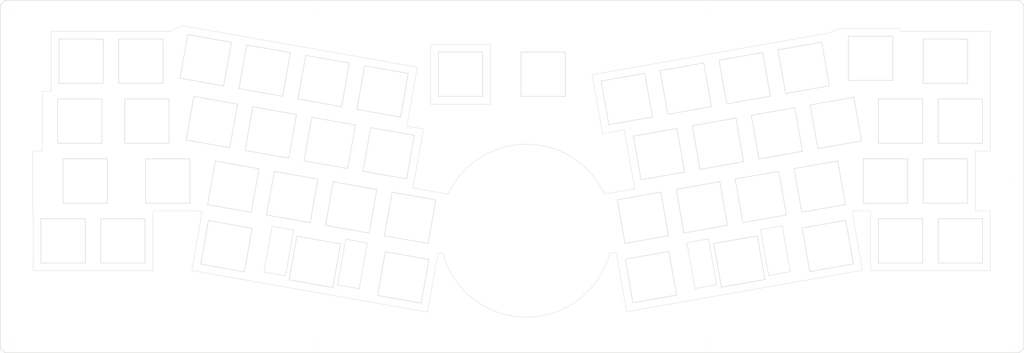
<source format=kicad_pcb>
(kicad_pcb (version 20211014) (generator pcbnew)
  (layers (0 "F.Cu" signal) (31 "B.Cu" signal) (34 "B.Paste" user) (35 "F.Paste" user) (36 "B.SilkS" user "B.Silkscreen") (37 "F.SilkS" user "F.Silkscreen") (38 "B.Mask" user) (39 "F.Mask" user) (44 "Edge.Cuts" user))
  (net 0 "")
  (footprint "kbd_SW_Hole:SW_Hole_1" (layer "F.Cu") (at 55.245 49.021817)
    (fp_text reference "SW6" hide)
    (fp_text value "SW_PUSH" hide)
    (fp_line (start 7.05 -7.05) (end 7.05 7.05) (layer "Edge.Cuts") (width 0.15))
    (fp_line (start -7.05 7.05) (end -7.05 -7.05) (layer "Edge.Cuts") (width 0.15))
    (fp_line (start -7.05 -7.05) (end 7.05 -7.05) (layer "Edge.Cuts") (width 0.15))
    (fp_line (start 7.05 7.05) (end -7.05 7.05) (layer "Edge.Cuts") (width 0.15))
  )
  (footprint "kbd_SW_Hole:SW_Hole_1" (layer "F.Cu") (at 53.34 29.971817)
    (fp_text reference "SW5" hide)
    (fp_text value "SW_PUSH" hide)
    (fp_line (start 7.05 -7.05) (end 7.05 7.05) (layer "Edge.Cuts") (width 0.15))
    (fp_line (start -7.05 7.05) (end -7.05 -7.05) (layer "Edge.Cuts") (width 0.15))
    (fp_line (start 7.05 7.05) (end -7.05 7.05) (layer "Edge.Cuts") (width 0.15))
    (fp_line (start -7.05 -7.05) (end 7.05 -7.05) (layer "Edge.Cuts") (width 0.15))
  )
  (footprint "kbd_SW_Hole:SW_Hole_1.75" (layer "F.Cu") (at 35.6235 68.071817)
    (fp_text reference "SW3" hide)
    (fp_text value "SW_PUSH" hide)
    (fp_line (start -7.05 7.05) (end -7.05 -7.05) (layer "Edge.Cuts") (width 0.15))
    (fp_line (start 7.05 7.05) (end -7.05 7.05) (layer "Edge.Cuts") (width 0.15))
    (fp_line (start -7.05 -7.05) (end 7.05 -7.05) (layer "Edge.Cuts") (width 0.15))
    (fp_line (start 7.05 -7.05) (end 7.05 7.05) (layer "Edge.Cuts") (width 0.15))
  )
  (footprint "kbd_SW_Hole:SW_Hole_1" (layer "F.Cu") (at 34.29 29.971817)
    (fp_text reference "SW1" hide)
    (fp_text value "SW_PUSH" hide)
    (fp_line (start -7.05 -7.05) (end 7.05 -7.05) (layer "Edge.Cuts") (width 0.15))
    (fp_line (start 7.05 7.05) (end -7.05 7.05) (layer "Edge.Cuts") (width 0.15))
    (fp_line (start -7.05 7.05) (end -7.05 -7.05) (layer "Edge.Cuts") (width 0.15))
    (fp_line (start 7.05 -7.05) (end 7.05 7.05) (layer "Edge.Cuts") (width 0.15))
  )
  (footprint "kbd_SW_Hole:SW_Hole_1.25" (layer "F.Cu") (at 33.909 49.021817)
    (fp_text reference "SW2" hide)
    (fp_text value "KEY_SWITCH" hide)
    (fp_line (start 7.05 -7.05) (end 7.05 7.05) (layer "Edge.Cuts") (width 0.15))
    (fp_line (start -7.05 7.05) (end -7.05 -7.05) (layer "Edge.Cuts") (width 0.15))
    (fp_line (start 7.05 7.05) (end -7.05 7.05) (layer "Edge.Cuts") (width 0.15))
    (fp_line (start -7.05 -7.05) (end 7.05 -7.05) (layer "Edge.Cuts") (width 0.15))
  )
  (footprint "kbd_SW_Hole:SW_Hole_2" (layer "F.Cu") (at 108.699152 93.801291 170)
    (fp_text reference "SW16" hide)
    (fp_text value "KEY_SWITCH" hide)
    (fp_line (start 8.4 -6) (end 8.4 8.8) (layer "Edge.Cuts") (width 0.12))
    (fp_line (start -8.4 -6) (end -8.4 8.8) (layer "Edge.Cuts") (width 0.12))
    (fp_line (start -15.4 -6) (end -8.4 -6) (layer "Edge.Cuts") (width 0.12))
    (fp_line (start 8.4 8.8) (end 15.4 8.8) (layer "Edge.Cuts") (width 0.12))
    (fp_line (start -7.05 -7.05) (end 7.05 -7.05) (layer "Edge.Cuts") (width 0.15))
    (fp_line (start 7.05 -7.05) (end 7.05 7.05) (layer "Edge.Cuts") (width 0.15))
    (fp_line (start -8.4 8.8) (end -15.4 8.8) (layer "Edge.Cuts") (width 0.12))
    (fp_line (start 15.4 -6) (end 8.4 -6) (layer "Edge.Cuts") (width 0.12))
    (fp_line (start 7.05 7.05) (end -7.05 7.05) (layer "Edge.Cuts") (width 0.15))
    (fp_line (start -15.4 8.8) (end -15.4 -6) (layer "Edge.Cuts") (width 0.12))
    (fp_line (start -7.05 7.05) (end -7.05 -7.05) (layer "Edge.Cuts") (width 0.15))
    (fp_line (start 15.4 8.8) (end 15.4 -6) (layer "Edge.Cuts") (width 0.12))
  )
  (footprint "kbd_SW_Hole:SW_Hole_1" (layer "F.Cu") (at 47.625 87.121817)
    (fp_text reference "SW8" hide)
    (fp_text value "SW_PUSH" hide)
    (fp_line (start -7.05 7.05) (end -7.05 -7.05) (layer "Edge.Cuts") (width 0.15))
    (fp_line (start 7.05 -7.05) (end 7.05 7.05) (layer "Edge.Cuts") (width 0.15))
    (fp_line (start -7.05 -7.05) (end 7.05 -7.05) (layer "Edge.Cuts") (width 0.15))
    (fp_line (start 7.05 7.05) (end -7.05 7.05) (layer "Edge.Cuts") (width 0.15))
  )
  (footprint "kbd_SW_Hole:SW_Hole_1" (layer "F.Cu") (at 61.9125 68.071817)
    (fp_text reference "SW7" hide)
    (fp_text value "SW_PUSH" hide)
    (fp_line (start -7.05 7.05) (end -7.05 -7.05) (layer "Edge.Cuts") (width 0.15))
    (fp_line (start 7.05 -7.05) (end 7.05 7.05) (layer "Edge.Cuts") (width 0.15))
    (fp_line (start 7.05 7.05) (end -7.05 7.05) (layer "Edge.Cuts") (width 0.15))
    (fp_line (start -7.05 -7.05) (end 7.05 -7.05) (layer "Edge.Cuts") (width 0.15))
  )
  (footprint "kbd_SW_Hole:SW_Hole_1" (layer "F.Cu") (at 73.972946 29.646492 -10)
    (fp_text reference "SW9" hide)
    (fp_text value "SW_PUSH" hide)
    (fp_line (start 7.05 7.05) (end -7.05 7.05) (layer "Edge.Cuts") (width 0.15))
    (fp_line (start 7.05 -7.05) (end 7.05 7.05) (layer "Edge.Cuts") (width 0.15))
    (fp_line (start -7.05 -7.05) (end 7.05 -7.05) (layer "Edge.Cuts") (width 0.15))
    (fp_line (start -7.05 7.05) (end -7.05 -7.05) (layer "Edge.Cuts") (width 0.15))
  )
  (footprint "kbd_SW_Hole:SW_Hole_1" (layer "F.Cu") (at 28.575 87.121817)
    (fp_text reference "SW4" hide)
    (fp_text value "SW_PUSH" hide)
    (fp_line (start -7.05 7.05) (end -7.05 -7.05) (layer "Edge.Cuts") (width 0.15))
    (fp_line (start 7.05 7.05) (end -7.05 7.05) (layer "Edge.Cuts") (width 0.15))
    (fp_line (start -7.05 -7.05) (end 7.05 -7.05) (layer "Edge.Cuts") (width 0.15))
    (fp_line (start 7.05 -7.05) (end 7.05 7.05) (layer "Edge.Cuts") (width 0.15))
  )
  (footprint "kbd_SW_Hole:SW_Hole_1" (layer "F.Cu") (at 92.733533 32.95449 -10)
    (fp_text reference "SW13" hide)
    (fp_text value "SW_PUSH" hide)
    (fp_line (start 7.05 -7.05) (end 7.05 7.05) (layer "Edge.Cuts") (width 0.15))
    (fp_line (start 7.05 7.05) (end -7.05 7.05) (layer "Edge.Cuts") (width 0.15))
    (fp_line (start -7.05 7.05) (end -7.05 -7.05) (layer "Edge.Cuts") (width 0.15))
    (fp_line (start -7.05 -7.05) (end 7.05 -7.05) (layer "Edge.Cuts") (width 0.15))
  )
  (footprint "kbd_SW_Hole:SW_Hole_1" (layer "F.Cu") (at 136.840032 98.763287 -10)
    (fp_text reference "SW23" hide)
    (fp_text value "SW_PUSH" hide)
    (fp_line (start -7.05 -7.05) (end 7.05 -7.05) (layer "Edge.Cuts") (width 0.15))
    (fp_line (start -7.05 7.05) (end -7.05 -7.05) (layer "Edge.Cuts") (width 0.15))
    (fp_line (start 7.05 -7.05) (end 7.05 7.05) (layer "Edge.Cuts") (width 0.15))
    (fp_line (start 7.05 7.05) (end -7.05 7.05) (layer "Edge.Cuts") (width 0.15))
  )
  (footprint "kbd_SW_Hole:SW_Hole_1" (layer "F.Cu") (at 111.494121 36.262488 -10)
    (fp_text reference "SW17" hide)
    (fp_text value "SW_PUSH" hide)
    (fp_line (start -7.05 -7.05) (end 7.05 -7.05) (layer "Edge.Cuts") (width 0.15))
    (fp_line (start -7.05 7.05) (end -7.05 -7.05) (layer "Edge.Cuts") (width 0.15))
    (fp_line (start 7.05 -7.05) (end 7.05 7.05) (layer "Edge.Cuts") (width 0.15))
    (fp_line (start 7.05 7.05) (end -7.05 7.05) (layer "Edge.Cuts") (width 0.15))
  )
  (footprint "kbd_SW_Hole:SW_Hole_1" (layer "F.Cu") (at 130.254709 39.570487 -10)
    (fp_text reference "SW20" hide)
    (fp_text value "SW_PUSH" hide)
    (fp_line (start 7.05 7.05) (end -7.05 7.05) (layer "Edge.Cuts") (width 0.15))
    (fp_line (start -7.05 7.05) (end -7.05 -7.05) (layer "Edge.Cuts") (width 0.15))
    (fp_line (start 7.05 -7.05) (end 7.05 7.05) (layer "Edge.Cuts") (width 0.15))
    (fp_line (start -7.05 -7.05) (end 7.05 -7.05) (layer "Edge.Cuts") (width 0.15))
  )
  (footprint "kbd_SW_Hole:SW_Hole_1" (layer "F.Cu") (at 181.356 34.0995)
    (fp_text reference "SW25" hide)
    (fp_text value "SW_PUSH" hide)
    (fp_line (start -7.05 -7.05) (end 7.05 -7.05) (layer "Edge.Cuts") (width 0.15))
    (fp_line (start 7.05 -7.05) (end 7.05 7.05) (layer "Edge.Cuts") (width 0.15))
    (fp_line (start -7.05 7.05) (end -7.05 -7.05) (layer "Edge.Cuts") (width 0.15))
    (fp_line (start 7.05 7.05) (end -7.05 7.05) (layer "Edge.Cuts") (width 0.15))
  )
  (footprint "kbd_SW_Hole:SW_Hole_1" (layer "F.Cu") (at 314.1345 87.121817)
    (fp_text reference "SW48" hide)
    (fp_text value "SW_PUSH" hide)
    (fp_line (start -7.05 -7.05) (end 7.05 -7.05) (layer "Edge.Cuts") (width 0.15))
    (fp_line (start 7.05 -7.05) (end 7.05 7.05) (layer "Edge.Cuts") (width 0.15))
    (fp_line (start -7.05 7.05) (end -7.05 -7.05) (layer "Edge.Cuts") (width 0.15))
    (fp_line (start 7.05 7.05) (end -7.05 7.05) (layer "Edge.Cuts") (width 0.15))
  )
  (footprint "kbd_SW_Hole:SW_Hole_1" (layer "F.Cu") (at 314.1345 49.021817)
    (fp_text reference "SW46" hide)
    (fp_text value "SW_PUSH" hide)
    (fp_line (start -7.05 -7.05) (end 7.05 -7.05) (layer "Edge.Cuts") (width 0.15))
    (fp_line (start 7.05 7.05) (end -7.05 7.05) (layer "Edge.Cuts") (width 0.15))
    (fp_line (start -7.05 7.05) (end -7.05 -7.05) (layer "Edge.Cuts") (width 0.15))
    (fp_line (start 7.05 -7.05) (end 7.05 7.05) (layer "Edge.Cuts") (width 0.15))
  )
  (footprint "kbd_SW_Hole:SW_Hole_1" (layer "F.Cu") (at 309.372 68.071817)
    (fp_text reference "SW47" hide)
    (fp_text value "SW_PUSH" hide)
    (fp_line (start -7.05 -7.05) (end 7.05 -7.05) (layer "Edge.Cuts") (width 0.15))
    (fp_line (start 7.05 -7.05) (end 7.05 7.05) (layer "Edge.Cuts") (width 0.15))
    (fp_line (start -7.05 7.05) (end -7.05 -7.05) (layer "Edge.Cuts") (width 0.15))
    (fp_line (start 7.05 7.05) (end -7.05 7.05) (layer "Edge.Cuts") (width 0.15))
  )
  (footprint "kbd_SW_Hole:SW_Hole_1.5" (layer "F.Cu") (at 309.372 29.971817)
    (fp_text reference "SW45" hide)
    (fp_text value "SW_PUSH" hide)
    (fp_line (start 7.05 7.05) (end -7.05 7.05) (layer "Edge.Cuts") (width 0.15))
    (fp_line (start 7.05 -7.05) (end 7.05 7.05) (layer "Edge.Cuts") (width 0.15))
    (fp_line (start -7.05 7.05) (end -7.05 -7.05) (layer "Edge.Cuts") (width 0.15))
    (fp_line (start -7.05 -7.05) (end 7.05 -7.05) (layer "Edge.Cuts") (width 0.15))
  )
  (footprint "kbd_Hole:m2_Screw_Hole_EdgeCuts" (layer "F.Cu") (at 11.075 13.05)
    (fp_text reference "J1" hide)
    (fp_text value "Conn_01x01" hide)
    (fp_circle (center 0 0) (end 1.1 0) (layer "Edge.Cuts") (width 0.01) (fill none))
  )
  (footprint "kbd_Hole:m2_Screw_Hole_EdgeCuts" (layer "F.Cu") (at 11.075 66.65)
    (fp_text reference "J2" hide)
    (fp_text value "Conn_01x01" hide)
    (fp_circle (center 0 0) (end 1.1 0) (layer "Edge.Cuts") (width 0.01) (fill none))
  )
  (footprint "kbd_Hole:m2_Screw_Hole_EdgeCuts" (layer "F.Cu") (at 11.075 120.25)
    (fp_text reference "J3" hide)
    (fp_text value "Conn_01x01" hide)
    (fp_circle (center 0 0) (end 1.1 0) (layer "Edge.Cuts") (width 0.01) (fill none))
  )
  (footprint "kbd_Hole:m2_Screw_Hole_EdgeCuts" (layer "F.Cu") (at 108.575 13.05)
    (fp_text reference "J7" hide)
    (fp_text value "Conn_01x01" hide)
    (fp_circle (center 0 0) (end 1.1 0) (layer "Edge.Cuts") (width 0.01) (fill none))
  )
  (footprint "kbd_Hole:m2_Screw_Hole_EdgeCuts" (layer "F.Cu") (at 234.325 13.05)
    (fp_text reference "J9" hide)
    (fp_text value "Conn_01x01" hide)
    (fp_circle (center 0 0) (end 1.1 0) (layer "Edge.Cuts") (width 0.01) (fill none))
  )
  (footprint "kbd_Hole:m2_Screw_Hole_EdgeCuts" (layer "F.Cu") (at 108.575 120.25)
    (fp_text reference "J8" hide)
    (fp_text value "Conn_01x01" hide)
    (fp_circle (center 0 0) (end 1.1 0) (layer "Edge.Cuts") (width 0.01) (fill none))
  )
  (footprint "kbd_Hole:m2_Screw_Hole_EdgeCuts" (layer "F.Cu") (at 234.325 120.25)
    (fp_text reference "J10" hide)
    (fp_text value "Conn_01x01" hide)
    (fp_circle (center 0 0) (end 1.1 0) (layer "Edge.Cuts") (width 0.01) (fill none))
  )
  (footprint "kbd_Hole:m2_Screw_Hole_EdgeCuts" (layer "F.Cu") (at 331.825 13.05)
    (fp_text reference "J12" hide)
    (fp_text value "Conn_01x01" hide)
    (fp_circle (center 0 0) (end 1.1 0) (layer "Edge.Cuts") (width 0.01) (fill none))
  )
  (footprint "kbd_Hole:m2_Screw_Hole_EdgeCuts" (layer "F.Cu") (at 331.825 66.65)
    (fp_text reference "J14" hide)
    (fp_text value "Conn_01x01" hide)
    (fp_circle (center 0 0) (end 1.1 0) (layer "Edge.Cuts") (width 0.01) (fill none))
  )
  (footprint "kbd_Hole:m2_Screw_Hole_EdgeCuts" (layer "F.Cu") (at 331.825 120.25)
    (fp_text reference "J16" hide)
    (fp_text value "Conn_01x01" hide)
    (fp_circle (center 0 0) (end 1.1 0) (layer "Edge.Cuts") (width 0.01) (fill none))
  )
  (footprint "kbd_SW_Hole:SW_Hole_1" (layer "F.Cu") (at 295.0845 49.021817)
    (fp_text reference "SW42" hide)
    (fp_text value "SW_PUSH" hide)
    (fp_line (start 7.05 -7.05) (end 7.05 7.05) (layer "Edge.Cuts") (width 0.15))
    (fp_line (start 7.05 7.05) (end -7.05 7.05) (layer "Edge.Cuts") (width 0.15))
    (fp_line (start -7.05 -7.05) (end 7.05 -7.05) (layer "Edge.Cuts") (width 0.15))
    (fp_line (start -7.05 7.05) (end -7.05 -7.05) (layer "Edge.Cuts") (width 0.15))
  )
  (footprint "kbd_SW_Hole:SW_Hole_1" (layer "F.Cu") (at 215.652044 98.659405 10)
    (fp_text reference "SW29" hide)
    (fp_text value "SW_PUSH" hide)
    (fp_line (start 7.05 7.05) (end -7.05 7.05) (layer "Edge.Cuts") (width 0.15))
    (fp_line (start -7.05 -7.05) (end 7.05 -7.05) (layer "Edge.Cuts") (width 0.15))
    (fp_line (start -7.05 7.05) (end -7.05 -7.05) (layer "Edge.Cuts") (width 0.15))
    (fp_line (start 7.05 -7.05) (end 7.05 7.05) (layer "Edge.Cuts") (width 0.15))
  )
  (footprint "kbd_SW_Hole:SW_Hole_1" (layer "F.Cu") (at 269.376233 69.842504 10)
    (fp_text reference "SW39" hide)
    (fp_text value "SW_PUSH" hide)
    (fp_line (start -7.05 7.05) (end -7.05 -7.05) (layer "Edge.Cuts") (width 0.15))
    (fp_line (start 7.05 -7.05) (end 7.05 7.05) (layer "Edge.Cuts") (width 0.15))
    (fp_line (start 7.05 7.05) (end -7.05 7.05) (layer "Edge.Cuts") (width 0.15))
    (fp_line (start -7.05 -7.05) (end 7.05 -7.05) (layer "Edge.Cuts") (width 0.15))
  )
  (footprint "kbd_SW_Hole:SW_Hole_1" (layer "F.Cu") (at 264.261084 32.056689 10)
    (fp_text reference "SW37" hide)
    (fp_text value "SW_PUSH" hide)
    (fp_line (start 7.05 -7.05) (end 7.05 7.05) (layer "Edge.Cuts") (width 0.15))
    (fp_line (start 7.05 7.05) (end -7.05 7.05) (layer "Edge.Cuts") (width 0.15))
    (fp_line (start -7.05 -7.05) (end 7.05 -7.05) (layer "Edge.Cuts") (width 0.15))
    (fp_line (start -7.05 7.05) (end -7.05 -7.05) (layer "Edge.Cuts") (width 0.15))
  )
  (footprint "kbd_SW_Hole:SW_Hole_1" (layer "F.Cu") (at 75.917912 49.33332 -10)
    (fp_text reference "SW10" hide)
    (fp_text value "SW_PUSH" hide)
    (fp_line (start 7.05 7.05) (end -7.05 7.05) (layer "Edge.Cuts") (width 0.15))
    (fp_line (start -7.05 7.05) (end -7.05 -7.05) (layer "Edge.Cuts") (width 0.15))
    (fp_line (start -7.05 -7.05) (end 7.05 -7.05) (layer "Edge.Cuts") (width 0.15))
    (fp_line (start 7.05 -7.05) (end 7.05 7.05) (layer "Edge.Cuts") (width 0.15))
  )
  (footprint "kbd_SW_Hole:SW_Hole_1" (layer "F.Cu") (at 285.5595 29.019317)
    (fp_text reference "SW41" hide)
    (fp_text value "SW_PUSH" hide)
    (fp_line (start 7.05 7.05) (end -7.05 7.05) (layer "Edge.Cuts") (width 0.15))
    (fp_line (start -7.05 7.05) (end -7.05 -7.05) (layer "Edge.Cuts") (width 0.15))
    (fp_line (start -7.05 -7.05) (end 7.05 -7.05) (layer "Edge.Cuts") (width 0.15))
    (fp_line (start 7.05 -7.05) (end 7.05 7.05) (layer "Edge.Cuts") (width 0.15))
  )
  (footprint "kbd_SW_Hole:SW_Hole_1" (layer "F.Cu") (at 120.261807 76.496223 -10)
    (fp_text reference "SW19" hide)
    (fp_text value "SW_PUSH" hide)
    (fp_line (start 7.05 7.05) (end -7.05 7.05) (layer "Edge.Cuts") (width 0.15))
    (fp_line (start -7.05 7.05) (end -7.05 -7.05) (layer "Edge.Cuts") (width 0.15))
    (fp_line (start -7.05 -7.05) (end 7.05 -7.05) (layer "Edge.Cuts") (width 0.15))
    (fp_line (start 7.05 -7.05) (end 7.05 7.05) (layer "Edge.Cuts") (width 0.15))
  )
  (footprint "kbd_SW_Hole:SW_Hole_1" (layer "F.Cu") (at 250.615645 73.150502 10)
    (fp_text reference "SW36" hide)
    (fp_text value "SW_PUSH" hide)
    (fp_line (start 7.05 7.05) (end -7.05 7.05) (layer "Edge.Cuts") (width 0.15))
    (fp_line (start -7.05 7.05) (end -7.05 -7.05) (layer "Edge.Cuts") (width 0.15))
    (fp_line (start -7.05 -7.05) (end 7.05 -7.05) (layer "Edge.Cuts") (width 0.15))
    (fp_line (start 7.05 -7.05) (end 7.05 7.05) (layer "Edge.Cuts") (width 0.15))
  )
  (footprint "kbd_SW_Hole:SW_Hole_1" (layer "F.Cu") (at 80.55827 88.839294 -10)
    (fp_text reference "SW12" hide)
    (fp_text value "SW_PUSH" hide)
    (fp_line (start 7.05 -7.05) (end 7.05 7.05) (layer "Edge.Cuts") (width 0.15))
    (fp_line (start -7.05 -7.05) (end 7.05 -7.05) (layer "Edge.Cuts") (width 0.15))
    (fp_line (start -7.05 7.05) (end -7.05 -7.05) (layer "Edge.Cuts") (width 0.15))
    (fp_line (start 7.05 7.05) (end -7.05 7.05) (layer "Edge.Cuts") (width 0.15))
  )
  (footprint "kbd_SW_Hole:SW_Hole_1" (layer "F.Cu") (at 226.739909 38.672684 10)
    (fp_text reference "SW30" hide)
    (fp_text value "SW_PUSH" hide)
    (fp_line (start 7.05 7.05) (end -7.05 7.05) (layer "Edge.Cuts") (width 0.15))
    (fp_line (start -7.05 -7.05) (end 7.05 -7.05) (layer "Edge.Cuts") (width 0.15))
    (fp_line (start 7.05 -7.05) (end 7.05 7.05) (layer "Edge.Cuts") (width 0.15))
    (fp_line (start -7.05 7.05) (end -7.05 -7.05) (layer "Edge.Cuts") (width 0.15))
  )
  (footprint "kbd_SW_Hole:SW_Hole_1" (layer "F.Cu") (at 236.989324 56.209313 10)
    (fp_text reference "SW31" hide)
    (fp_text value "SW_PUSH" hide)
    (fp_line (start -7.05 -7.05) (end 7.05 -7.05) (layer "Edge.Cuts") (width 0.15))
    (fp_line (start 7.05 7.05) (end -7.05 7.05) (layer "Edge.Cuts") (width 0.15))
    (fp_line (start -7.05 7.05) (end -7.05 -7.05) (layer "Edge.Cuts") (width 0.15))
    (fp_line (start 7.05 -7.05) (end 7.05 7.05) (layer "Edge.Cuts") (width 0.15))
  )
  (footprint "kbd_SW_Hole:SW_Hole_1" (layer "F.Cu") (at 274.5105 49.593317 10)
    (fp_text reference "SW38" hide)
    (fp_text value "SW_PUSH" hide)
    (fp_line (start -7.05 7.05) (end -7.05 -7.05) (layer "Edge.Cuts") (width 0.15))
    (fp_line (start 7.05 7.05) (end -7.05 7.05) (layer "Edge.Cuts") (width 0.15))
    (fp_line (start -7.05 -7.05) (end 7.05 -7.05) (layer "Edge.Cuts") (width 0.15))
    (fp_line (start 7.05 -7.05) (end 7.05 7.05) (layer "Edge.Cuts") (width 0.15))
  )
  (footprint "kbd_SW_Hole:SW_Hole_1" (layer "F.Cu") (at 255.749912 52.901315 10)
    (fp_text reference "SW35" hide)
    (fp_text value "SW_PUSH" hide)
    (fp_line (start -7.05 7.05) (end -7.05 -7.05) (layer "Edge.Cuts") (width 0.15))
    (fp_line (start -7.05 -7.05) (end 7.05 -7.05) (layer "Edge.Cuts") (width 0.15))
    (fp_line (start 7.05 7.05) (end -7.05 7.05) (layer "Edge.Cuts") (width 0.15))
    (fp_line (start 7.05 -7.05) (end 7.05 7.05) (layer "Edge.Cuts") (width 0.15))
  )
  (footprint "kbd_SW_Hole:SW_Hole_1" (layer "F.Cu") (at 271.933807 88.735412 10)
    (fp_text reference "SW40" hide)
    (fp_text value "SW_PUSH" hide)
    (fp_line (start -7.05 7.05) (end -7.05 -7.05) (layer "Edge.Cuts") (width 0.15))
    (fp_line (start 7.05 -7.05) (end 7.05 7.05) (layer "Edge.Cuts") (width 0.15))
    (fp_line (start -7.05 -7.05) (end 7.05 -7.05) (layer "Edge.Cuts") (width 0.15))
    (fp_line (start 7.05 7.05) (end -7.05 7.05) (layer "Edge.Cuts") (width 0.15))
  )
  (footprint "kbd_SW_Hole:SW_Hole_1" (layer "F.Cu") (at 213.09447 79.766497 10)
    (fp_text reference "SW28" hide)
    (fp_text value "SW_PUSH" hide)
    (fp_line (start 7.05 -7.05) (end 7.05 7.05) (layer "Edge.Cuts") (width 0.15))
    (fp_line (start -7.05 7.05) (end -7.05 -7.05) (layer "Edge.Cuts") (width 0.15))
    (fp_line (start -7.05 -7.05) (end 7.05 -7.05) (layer "Edge.Cuts") (width 0.15))
    (fp_line (start 7.05 7.05) (end -7.05 7.05) (layer "Edge.Cuts") (width 0.15))
  )
  (footprint "kbd_SW_Hole:SW_Hole_1" (layer "F.Cu") (at 132.199675 59.257313 -10)
    (fp_text reference "SW21" hide)
    (fp_text value "SW_PUSH" hide)
    (fp_line (start -7.05 -7.05) (end 7.05 -7.05) (layer "Edge.Cuts") (width 0.15))
    (fp_line (start 7.05 7.05) (end -7.05 7.05) (layer "Edge.Cuts") (width 0.15))
    (fp_line (start 7.05 -7.05) (end 7.05 7.05) (layer "Edge.Cuts") (width 0.15))
    (fp_line (start -7.05 7.05) (end -7.05 -7.05) (layer "Edge.Cuts") (width 0.15))
  )
  (footprint "kbd_SW_Hole:SW_Hole_1" (layer "F.Cu") (at 113.439087 55.949315 -10)
    (fp_text reference "SW18" hide)
    (fp_text value "SW_PUSH" hide)
    (fp_line (start 7.05 -7.05) (end 7.05 7.05) (layer "Edge.Cuts") (width 0.15))
    (fp_line (start 7.05 7.05) (end -7.05 7.05) (layer "Edge.Cuts") (width 0.15))
    (fp_line (start -7.05 -7.05) (end 7.05 -7.05) (layer "Edge.Cuts") (width 0.15))
    (fp_line (start -7.05 7.05) (end -7.05 -7.05) (layer "Edge.Cuts") (width 0.15))
  )
  (footprint "kbd_SW_Hole:SW_Hole_1" (layer "F.Cu") (at 290.322 68.071817)
    (fp_text reference "SW43" hide)
    (fp_text value "SW_PUSH" hide)
    (fp_line (start -7.05 -7.05) (end 7.05 -7.05) (layer "Edge.Cuts") (width 0.15))
    (fp_line (start 7.05 7.05) (end -7.05 7.05) (layer "Edge.Cuts") (width 0.15))
    (fp_line (start -7.05 7.05) (end -7.05 -7.05) (layer "Edge.Cuts") (width 0.15))
    (fp_line (start 7.05 -7.05) (end 7.05 7.05) (layer "Edge.Cuts") (width 0.15))
  )
  (footprint "kbd_SW_Hole:SW_Hole_1" (layer "F.Cu") (at 101.501219 73.188225 -10)
    (fp_text reference "SW15" hide)
    (fp_text value "SW_PUSH" hide)
    (fp_line (start -7.05 -7.05) (end 7.05 -7.05) (layer "Edge.Cuts") (width 0.15))
    (fp_line (start -7.05 7.05) (end -7.05 -7.05) (layer "Edge.Cuts") (width 0.15))
    (fp_line (start 7.05 7.05) (end -7.05 7.05) (layer "Edge.Cuts") (width 0.15))
    (fp_line (start 7.05 -7.05) (end 7.05 7.05) (layer "Edge.Cuts") (width 0.15))
  )
  (footprint "kbd_SW_Hole:SW_Hole_1" (layer "F.Cu") (at 139.022395 79.804219 -10)
    (fp_text reference "SW22" hide)
    (fp_text value "SW_PUSH" hide)
    (fp_line (start 7.05 -7.05) (end 7.05 7.05) (layer "Edge.Cuts") (width 0.15))
    (fp_line (start 7.05 7.05) (end -7.05 7.05) (layer "Edge.Cuts") (width 0.15))
    (fp_line (start -7.05 7.05) (end -7.05 -7.05) (layer "Edge.Cuts") (width 0.15))
    (fp_line (start -7.05 -7.05) (end 7.05 -7.05) (layer "Edge.Cuts") (width 0.15))
  )
  (footprint "kbd_SW_Hole:SW_Hole_1" (layer "F.Cu") (at 207.979321 41.980682 10)
    (fp_text reference "SW26" hide)
    (fp_text value "SW_PUSH" hide)
    (fp_line (start 7.05 -7.05) (end 7.05 7.05) (layer "Edge.Cuts") (width 0.15))
    (fp_line (start 7.05 7.05) (end -7.05 7.05) (layer "Edge.Cuts") (width 0.15))
    (fp_line (start -7.05 -7.05) (end 7.05 -7.05) (layer "Edge.Cuts") (width 0.15))
    (fp_line (start -7.05 7.05) (end -7.05 -7.05) (layer "Edge.Cuts") (width 0.15))
  )
  (footprint "kbd_SW_Hole:SW_Hole_1" (layer "F.Cu") (at 94.6785 52.641317 -10)
    (fp_text reference "SW14" hide)
    (fp_text value "SW_PUSH" hide)
    (fp_line (start -7.05 -7.05) (end 7.05 -7.05) (layer "Edge.Cuts") (width 0.15))
    (fp_line (start 7.05 -7.05) (end 7.05 7.05) (layer "Edge.Cuts") (width 0.15))
    (fp_line (start 7.05 7.05) (end -7.05 7.05) (layer "Edge.Cuts") (width 0.15))
    (fp_line (start -7.05 7.05) (end -7.05 -7.05) (layer "Edge.Cuts") (width 0.15))
  )
  (footprint "kbd_SW_Hole:SW_Hole_1" (layer "F.Cu") (at 245.500497 35.364687 10)
    (fp_text reference "SW34" hide)
    (fp_text value "SW_PUSH" hide)
    (fp_line (start -7.05 -7.05) (end 7.05 -7.05) (layer "Edge.Cuts") (width 0.15))
    (fp_line (start -7.05 7.05) (end -7.05 -7.05) (layer "Edge.Cuts") (width 0.15))
    (fp_line (start 7.05 -7.05) (end 7.05 7.05) (layer "Edge.Cuts") (width 0.15))
    (fp_line (start 7.05 7.05) (end -7.05 7.05) (layer "Edge.Cuts") (width 0.15))
  )
  (footprint "kbd_SW_Hole:SW_Hole_2" (layer "F.Cu") (at 243.792926 93.697408 -170)
    (fp_text reference "SW33" hide)
    (fp_text value "KEY_SWITCH" hide)
    (fp_line (start 7.05 -7.05) (end 7.05 7.05) (layer "Edge.Cuts") (width 0.15))
    (fp_line (start -7.05 7.05) (end -7.05 -7.05) (layer "Edge.Cuts") (width 0.15))
    (fp_line (start 8.4 -6) (end 8.4 8.8) (layer "Edge.Cuts") (width 0.12))
    (fp_line (start 15.4 8.8) (end 15.4 -6) (layer "Edge.Cuts") (width 0.12))
    (fp_line (start -7.05 -7.05) (end 7.05 -7.05) (layer "Edge.Cuts") (width 0.15))
    (fp_line (start 15.4 -6) (end 8.4 -6) (layer "Edge.Cuts") (width 0.12))
    (fp_line (start -8.4 8.8) (end -15.4 8.8) (layer "Edge.Cuts") (width 0.12))
    (fp_line (start -15.4 8.8) (end -15.4 -6) (layer "Edge.Cuts") (width 0.12))
    (fp_line (start 7.05 7.05) (end -7.05 7.05) (layer "Edge.Cuts") (width 0.15))
    (fp_line (start -8.4 -6) (end -8.4 8.8) (layer "Edge.Cuts") (width 0.12))
    (fp_line (start -15.4 -6) (end -8.4 -6) (layer "Edge.Cuts") (width 0.12))
    (fp_line (start 8.4 8.8) (end 15.4 8.8) (layer "Edge.Cuts") (width 0.12))
  )
  (footprint "kbd_SW_Hole:SW_Hole_1" (layer "F.Cu") (at 295.0845 87.121817)
    (fp_text reference "SW44" hide)
    (fp_text value "SW_PUSH" hide)
    (fp_line (start -7.05 7.05) (end -7.05 -7.05) (layer "Edge.Cuts") (width 0.15))
    (fp_line (start 7.05 7.05) (end -7.05 7.05) (layer "Edge.Cuts") (width 0.15))
    (fp_line (start -7.05 -7.05) (end 7.05 -7.05) (layer "Edge.Cuts") (width 0.15))
    (fp_line (start 7.05 -7.05) (end 7.05 7.05) (layer "Edge.Cuts") (width 0.15))
  )
  (footprint "kbd_SW_Hole:SW_Hole_1" (layer "F.Cu") (at 231.855058 76.4585 10)
    (fp_text reference "SW32" hide)
    (fp_text value "SW_PUSH" hide)
    (fp_line (start 7.05 7.05) (end -7.05 7.05) (layer "Edge.Cuts") (width 0.15))
    (fp_line (start 7.05 -7.05) (end 7.05 7.05) (layer "Edge.Cuts") (width 0.15))
    (fp_line (start -7.05 -7.05) (end 7.05 -7.05) (layer "Edge.Cuts") (width 0.15))
    (fp_line (start -7.05 7.05) (end -7.05 -7.05) (layer "Edge.Cuts") (width 0.15))
  )
  (footprint "kbd_SW_Hole:SW_Hole_1" (layer "F.Cu") (at 82.740632 69.880226 -10)
    (fp_text reference "SW11" hide)
    (fp_text value "SW_PUSH" hide)
    (fp_line (start 7.05 -7.05) (end 7.05 7.05) (layer "Edge.Cuts") (width 0.15))
    (fp_line (start -7.05 7.05) (end -7.05 -7.05) (layer "Edge.Cuts") (width 0.15))
    (fp_line (start 7.05 7.05) (end -7.05 7.05) (layer "Edge.Cuts") (width 0.15))
    (fp_line (start -7.05 -7.05) (end 7.05 -7.05) (layer "Edge.Cuts") (width 0.15))
  )
  (footprint "kbd_SW_Hole:SW_Hole_1" (layer "F.Cu") (at 155.067 34.0995)
    (fp_text reference "SW24" hide)
    (fp_text value "SW_PUSH" hide)
    (fp_line (start 7.05 7.05) (end -7.05 7.05) (layer "Edge.Cuts") (width 0.15))
    (fp_line (start -7.05 -7.05) (end 7.05 -7.05) (layer "Edge.Cuts") (width 0.15))
    (fp_line (start -7.05 7.05) (end -7.05 -7.05) (layer "Edge.Cuts") (width 0.15))
    (fp_line (start 7.05 -7.05) (end 7.05 7.05) (layer "Edge.Cuts") (width 0.15))
  )
  (footprint "kbd_SW_Hole:SW_Hole_1" (layer "F.Cu") (at 218.228737 59.517311 10)
    (fp_text reference "SW27" hide)
    (fp_text value "SW_PUSH" hide)
    (fp_line (start 7.05 7.05) (end -7.05 7.05) (layer "Edge.Cuts") (width 0.15))
    (fp_line (start 7.05 -7.05) (end 7.05 7.05) (layer "Edge.Cuts") (width 0.15))
    (fp_line (start -7.05 7.05) (end -7.05 -7.05) (layer "Edge.Cuts") (width 0.15))
    (fp_line (start -7.05 -7.05) (end 7.05 -7.05) (layer "Edge.Cuts") (width 0.15))
  )
  (gr_line (start 8.575 12.05) (end 10.075 10.55) (layer "Edge.Cuts") (width 0.15))
  (gr_line (start 334.325 12.05) (end 332.825 10.55) (layer "Edge.Cuts") (width 0.15))
  (gr_line (start 10.075 122.75) (end 8.575 121.25) (layer "Edge.Cuts") (width 0.15))
  (gr_line (start 71.4375 77.596817) (end 71.706339 77.606521) (layer "Edge.Cuts") (width 0.1))
  (gr_arc (start 204.231578 90.945695) (mid 204.522191 91.042819) (end 204.683451 91.304324) (layer "Edge.Cuts") (width 0.1))
  (gr_line (start 150.056688 72.077924) (end 139.92597 70.291606) (layer "Edge.Cuts") (width 0.1))
  (gr_line (start 8.575 12.05) (end 8.575 121.25) (layer "Edge.Cuts") (width 0.15))
  (gr_arc (start 72.501474 77.747828) (mid 72.714994 77.867731) (end 72.778781 78.10416) (layer "Edge.Cuts") (width 0.1))
  (gr_line (start 150.056688 72.077924) (end 150.767742 72.222828) (layer "Edge.Cuts") (width 0.1))
  (gr_line (start 19.05 77.596817) (end 19.05 96.646817) (layer "Edge.Cuts") (width 0.1))
  (gr_arc (start 147.812749 91.400804) (mid 147.950073 91.124346) (end 148.243546 91.028451) (layer "Edge.Cuts") (width 0.1))
  (gr_arc (start 57.151336 78.010767) (mid 57.256305 77.709395) (end 57.555233 77.597781) (layer "Edge.Cuts") (width 0.1))
  (gr_line (start 139.92597 70.291606) (end 143.233968 51.531018) (layer "Edge.Cuts") (width 0.1))
  (gr_line (start 210.502442 70.551604) (end 207.194444 51.791016) (layer "Edge.Cuts") (width 0.1))
  (gr_line (start 323.6595 96.646817) (end 285.5595 96.646817) (layer "Edge.Cuts") (width 0.1))
  (gr_line (start 271.987379 21.022396) (end 276.0345 19.494317) (layer "Edge.Cuts") (width 0.1))
  (gr_arc (start 279.73088 78.096776) (mid 279.782223 77.79937) (end 280.035314 77.634959) (layer "Edge.Cuts") (width 0.1))
  (gr_line (start 18.95475 58.546817) (end 18.95475 77.596817) (layer "Edge.Cuts") (width 0.1))
  (gr_line (start 71.706339 77.606521) (end 72.501474 77.747828) (layer "Edge.Cuts") (width 0.1))
  (gr_line (start 143.233968 51.531018) (end 137.981004 50.60478) (layer "Edge.Cuts") (width 0.1))
  (gr_line (start 137.981004 50.60478) (end 141.289002 31.844192) (layer "Edge.Cuts") (width 0.1))
  (gr_line (start 196.945028 34.254387) (end 271.987379 21.022396) (layer "Edge.Cuts") (width 0.1))
  (gr_line (start 332.825 122.75) (end 334.325 121.25) (layer "Edge.Cuts") (width 0.15))
  (gr_line (start 57.555233 77.597781) (end 71.4375 77.596817) (layer "Edge.Cuts") (width 0.1))
  (gr_line (start 334.325 121.25) (end 334.325 12.05) (layer "Edge.Cuts") (width 0.15))
  (gr_line (start 57.15 96.646817) (end 57.151336 78.010767) (layer "Edge.Cuts") (width 0.1))
  (gr_arc (start 202.493054 91.336678) (mid 202.625436 91.09042) (end 202.892168 91.006337) (layer "Edge.Cuts") (width 0.1))
  (gr_line (start 141.289002 31.844192) (end 66.246651 18.612199) (layer "Edge.Cuts") (width 0.1))
  (gr_line (start 148.243546 91.028451) (end 149.101089 91.006602) (layer "Edge.Cuts") (width 0.1))
  (gr_line (start 145.542 24.5745) (end 164.592 24.5745) (layer "Edge.Cuts") (width 0.1))
  (gr_line (start 285.145562 77.598578) (end 280.797 77.596817) (layer "Edge.Cuts") (width 0.1))
  (gr_arc (start 201.315314 72.155963) (mid 200.972302 72.115845) (end 200.742226 71.857957) (layer "Edge.Cuts") (width 0.1))
  (gr_line (start 323.6595 77.596817) (end 323.6595 96.646817) (layer "Edge.Cuts") (width 0.1))
  (gr_line (start 332.825 10.55) (end 10.075 10.55) (layer "Edge.Cuts") (width 0.15))
  (gr_line (start 24.765 39.496817) (end 22.00275 39.496817) (layer "Edge.Cuts") (width 0.1))
  (gr_line (start 19.05 96.646817) (end 57.15 96.646817) (layer "Edge.Cuts") (width 0.1))
  (gr_line (start 18.95475 77.596817) (end 19.05 77.596817) (layer "Edge.Cuts") (width 0.1))
  (gr_line (start 145.542 43.6245) (end 145.542 24.5745) (layer "Edge.Cuts") (width 0.1))
  (gr_line (start 279.73088 78.096776) (end 282.9681 96.461707) (layer "Edge.Cuts") (width 0.1))
  (gr_line (start 207.194444 51.791016) (end 200.253026 53.014975) (layer "Edge.Cuts") (width 0.1))
  (gr_line (start 323.6595 20.446817) (end 323.6595 58.546817) (layer "Edge.Cuts") (width 0.1))
  (gr_line (start 62.865 20.446817) (end 24.765 20.446817) (layer "Edge.Cuts") (width 0.1))
  (gr_line (start 22.00275 58.546817) (end 18.95475 58.546817) (layer "Edge.Cuts") (width 0.1))
  (gr_line (start 207.925749 109.693698) (end 204.683451 91.304324) (layer "Edge.Cuts") (width 0.1))
  (gr_line (start 276.0345 19.494317) (end 295.0845 19.494317) (layer "Edge.Cuts") (width 0.1))
  (gr_line (start 24.765 20.446817) (end 24.765 39.496817) (layer "Edge.Cuts") (width 0.1))
  (gr_line (start 280.797 77.596817) (end 280.410526 77.568799) (layer "Edge.Cuts") (width 0.1))
  (gr_arc (start 285.145562 77.598578) (mid 285.446917 77.70353) (end 285.558548 78.002475) (layer "Edge.Cuts") (width 0.1))
  (gr_line (start 280.410526 77.568799) (end 280.035314 77.634959) (layer "Edge.Cuts") (width 0.1))
  (gr_line (start 285.5595 96.646817) (end 285.558548 78.002475) (layer "Edge.Cuts") (width 0.1))
  (gr_line (start 164.592 43.6245) (end 145.542 43.6245) (layer "Edge.Cuts") (width 0.1))
  (gr_arc (start 151.251173 71.959297) (mid 151.058908 72.181103) (end 150.767742 72.222828) (layer "Edge.Cuts") (width 0.1))
  (gr_line (start 66.246651 18.612199) (end 62.865 20.446817) (layer "Edge.Cuts") (width 0.1))
  (gr_line (start 318.897 58.546817) (end 318.897 77.596817) (layer "Edge.Cuts") (width 0.1))
  (gr_arc (start 151.251173 71.959297) (mid 175.964914 56.385788) (end 200.742226 71.857957) (layer "Edge.Cuts") (width 0.1))
  (gr_line (start 282.9681 96.461707) (end 207.925749 109.693698) (layer "Edge.Cuts") (width 0.1))
  (gr_line (start 200.253026 53.014975) (end 196.945028 34.254387) (layer "Edge.Cuts") (width 0.1))
  (gr_line (start 144.566327 109.79758) (end 147.812749 91.400804) (layer "Edge.Cuts") (width 0.1))
  (gr_line (start 10.075 122.75) (end 332.825 122.75) (layer "Edge.Cuts") (width 0.15))
  (gr_line (start 295.0845 19.494317) (end 295.0845 20.446817) (layer "Edge.Cuts") (width 0.1))
  (gr_line (start 318.897 77.596817) (end 323.6595 77.596817) (layer "Edge.Cuts") (width 0.1))
  (gr_line (start 202.060177 72.040202) (end 210.502442 70.551604) (layer "Edge.Cuts") (width 0.1))
  (gr_line (start 164.592 24.5745) (end 164.592 43.6245) (layer "Edge.Cuts") (width 0.1))
  (gr_line (start 202.060177 72.040202) (end 201.315314 72.155963) (layer "Edge.Cuts") (width 0.1))
  (gr_line (start 323.6595 58.546817) (end 318.897 58.546817) (layer "Edge.Cuts") (width 0.1))
  (gr_line (start 72.778781 78.10416) (end 69.523977 96.565589) (layer "Edge.Cuts") (width 0.1))
  (gr_arc (start 202.493054 91.336678) (mid 176.004274 111.39676) (end 149.544017 91.299071) (layer "Edge.Cuts") (width 0.1))
  (gr_line (start 295.0845 20.446817) (end 323.6595 20.446817) (layer "Edge.Cuts") (width 0.1))
  (gr_line (start 204.231578 90.945695) (end 202.892168 91.006337) (layer "Edge.Cuts") (width 0.1))
  (gr_arc (start 149.101089 91.006602) (mid 149.375401 91.073331) (end 149.544017 91.299071) (layer "Edge.Cuts") (width 0.1))
  (gr_line (start 69.523977 96.565589) (end 144.566327 109.79758) (layer "Edge.Cuts") (width 0.1))
  (gr_line (start 22.00275 39.496817) (end 22.00275 58.546817) (layer "Edge.Cuts") (width 0.1))
)
</source>
